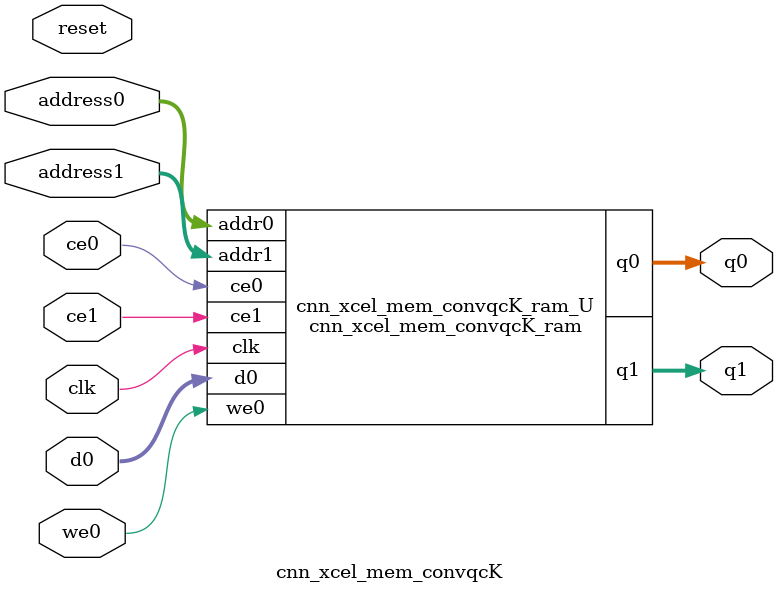
<source format=v>

`timescale 1 ns / 1 ps
module cnn_xcel_mem_convqcK_ram (addr0, ce0, d0, we0, q0, addr1, ce1, q1,  clk);

parameter DWIDTH = 13;
parameter AWIDTH = 9;
parameter MEM_SIZE = 267;

input[AWIDTH-1:0] addr0;
input ce0;
input[DWIDTH-1:0] d0;
input we0;
output reg[DWIDTH-1:0] q0;
input[AWIDTH-1:0] addr1;
input ce1;
output reg[DWIDTH-1:0] q1;
input clk;

(* ram_style = "block" *)reg [DWIDTH-1:0] ram[0:MEM_SIZE-1];




always @(posedge clk)  
begin 
    if (ce0) 
    begin
        if (we0) 
        begin 
            ram[addr0] <= d0; 
            q0 <= d0;
        end 
        else 
            q0 <= ram[addr0];
    end
end


always @(posedge clk)  
begin 
    if (ce1) 
    begin
            q1 <= ram[addr1];
    end
end


endmodule


`timescale 1 ns / 1 ps
module cnn_xcel_mem_convqcK(
    reset,
    clk,
    address0,
    ce0,
    we0,
    d0,
    q0,
    address1,
    ce1,
    q1);

parameter DataWidth = 32'd13;
parameter AddressRange = 32'd267;
parameter AddressWidth = 32'd9;
input reset;
input clk;
input[AddressWidth - 1:0] address0;
input ce0;
input we0;
input[DataWidth - 1:0] d0;
output[DataWidth - 1:0] q0;
input[AddressWidth - 1:0] address1;
input ce1;
output[DataWidth - 1:0] q1;



cnn_xcel_mem_convqcK_ram cnn_xcel_mem_convqcK_ram_U(
    .clk( clk ),
    .addr0( address0 ),
    .ce0( ce0 ),
    .d0( d0 ),
    .we0( we0 ),
    .q0( q0 ),
    .addr1( address1 ),
    .ce1( ce1 ),
    .q1( q1 ));

endmodule


</source>
